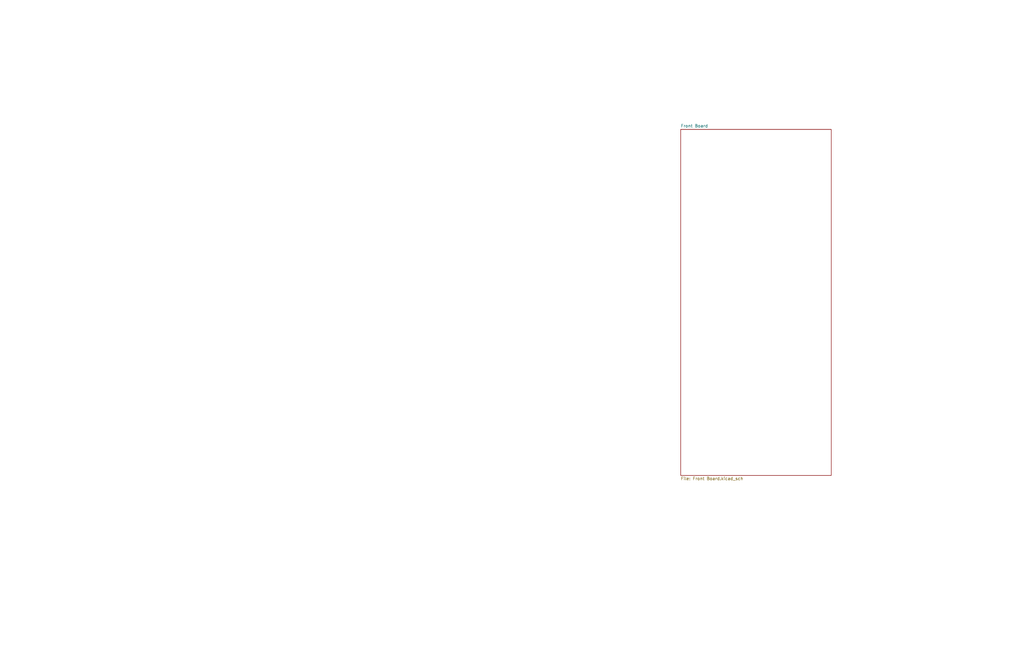
<source format=kicad_sch>
(kicad_sch
	(version 20231120)
	(generator "eeschema")
	(generator_version "8.0")
	(uuid "155d307c-d052-49ed-8a33-15ea02ffe5f3")
	(paper "B")
	(title_block
		(title "Audio System")
		(date "2025-02-06")
		(rev "P1")
		(company "Wolfe Engineering")
	)
	(lib_symbols)
	(sheet
		(at 287.02 54.61)
		(size 63.5 146.05)
		(fields_autoplaced yes)
		(stroke
			(width 0.1524)
			(type solid)
		)
		(fill
			(color 0 0 0 0.0000)
		)
		(uuid "cd0ff0b0-9cea-4928-bf0f-502e59231ead")
		(property "Sheetname" "Front Board"
			(at 287.02 53.8984 0)
			(effects
				(font
					(size 1.27 1.27)
				)
				(justify left bottom)
			)
		)
		(property "Sheetfile" "Front Board.kicad_sch"
			(at 287.02 201.2446 0)
			(effects
				(font
					(size 1.27 1.27)
				)
				(justify left top)
			)
		)
		(instances
			(project "control board"
				(path "/155d307c-d052-49ed-8a33-15ea02ffe5f3"
					(page "2")
				)
			)
		)
	)
	(sheet_instances
		(path "/"
			(page "1")
		)
	)
)

</source>
